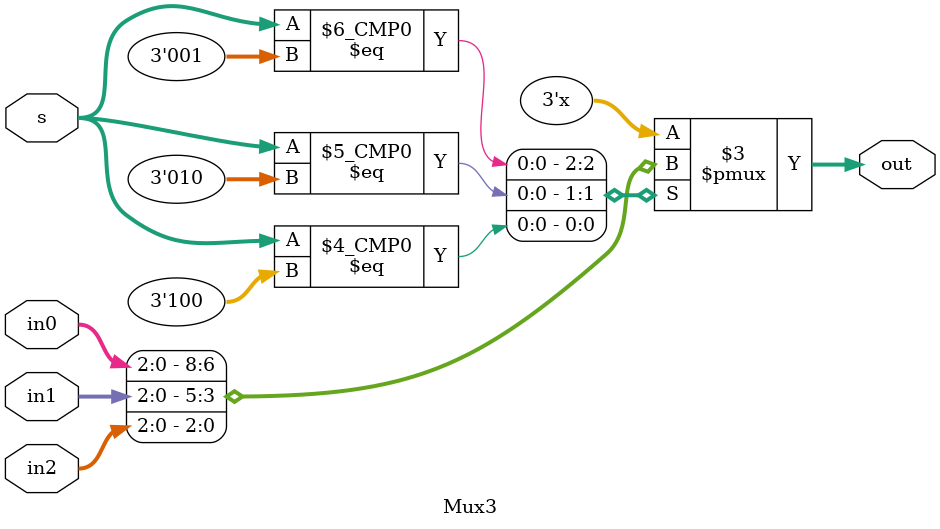
<source format=v>
module decoder(ir_out, nsel, opcode, op, writenum, readnum, shift, sximm8, sximm5, ALUop, cond);
	input [15:0] ir_out;
	input [2:0] nsel;
	output [15:0] sximm5, sximm8;
	output wire [2:0] opcode, writenum, readnum, cond;
	output wire [1:0] op, shift, ALUop;
	// To controller
	assign opcode = ir_out[15:13]; // & datapath
	assign op = ir_out[12:11];
	assign cond = ir_out[10:8];
	// To datapath
	assign ALUop = ir_out[12:11];
	assign shift = ir_out[4:3];
	
	wire [2:0] Rn = ir_out[10:8];
	wire [2:0] Rd = ir_out[7:5];
	wire [2:0] Rm = ir_out[2:0];
	
	wire [4:0] imm5 = ir_out[4:0];
	wire [7:0] imm8 = ir_out[7:0];
	
	wire [2:0] read_write;
	// Instantiate sign extension module
	sx #(5,16) sx5to16(imm5, sximm5);
	sx #(8,16) sx8to16(imm8, sximm8);
	// Instantiate mux to read/write Rn, Rd, Rm to register file
	Mux3 #(3) muxReg(.in2(Rn), .in1(Rd), .in0(Rm), .s(nsel), .out(read_write));
	// Drive selected register to writenum and readnum 
	assign writenum = read_write;
	assign readnum = read_write;
endmodule
	
// sign extension module
module sx(in, out);
	parameter n = 5;
	parameter m = 16;
	input [n-1:0] in;
	output wire [m-1:0] out;
	// Copy in to out from lsb and extend msb of in to msb of out
	assign out = {{m-n{in[n-1]}}, in};
endmodule

// 3 input k-bit wide mux with one-hot select
module Mux3(in2, in1, in0, out, s);
	parameter k = 3;
	input [k-1:0] in2, in1, in0;
	input [2:0] s;
	output reg [k-1:0] out;
	// one-hot select one of the three inputs to out
	always @(*)
		case(s)
			3'b001: out = in0;
			3'b010: out = in1;
			3'b100: out = in2;
			default: out = {k{1'bx}};
		endcase
endmodule
	
	
</source>
